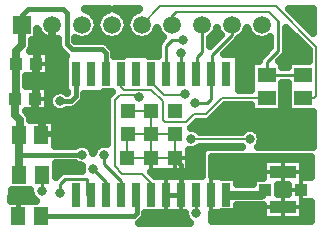
<source format=gbr>
G04 DipTrace 3.0.0.2*
G04 Top.gbr*
%MOMM*%
G04 #@! TF.FileFunction,Copper,L1,Top*
G04 #@! TF.Part,Single*
G04 #@! TA.AperFunction,Conductor*
%ADD10C,0.254*%
G04 #@! TA.AperFunction,CopperBalancing*
%ADD14C,0.635*%
G04 #@! TA.AperFunction,Conductor*
%ADD15C,0.381*%
%ADD16C,0.1778*%
%ADD17C,0.2032*%
G04 #@! TA.AperFunction,ViaPad*
%ADD19C,0.8*%
G04 #@! TA.AperFunction,CopperBalancing*
%ADD20C,0.33*%
%ADD21R,1.1X1.05*%
%ADD22R,2.25X1.1*%
%ADD23R,1.1X1.0*%
%ADD24R,1.3X1.5*%
G04 #@! TA.AperFunction,ComponentPad*
%ADD25R,1.5X1.5*%
%ADD26C,1.5*%
%ADD27R,1.5X1.3*%
%ADD29R,0.8X2.0*%
G04 #@! TA.AperFunction,ComponentPad*
%ADD30R,1.3X1.3*%
%FSLAX35Y35*%
G04*
G71*
G90*
G75*
G01*
G04 Top*
%LPD*%
X1685000Y1750000D2*
D10*
Y1520000D1*
X1639000Y1474000D1*
Y1334000D1*
X1636000Y1331000D1*
X1939000Y1750000D2*
Y1664000D1*
X1771000Y1496000D1*
Y1339000D1*
X1763000Y1331000D1*
X1628000Y1089000D2*
X1727000D1*
X1760000Y1122000D1*
Y1328000D1*
X1763000Y1331000D1*
X415000Y1750000D2*
D14*
Y1636000D1*
X286000Y1507000D1*
Y1429000D1*
X277000Y1420000D1*
Y1125000D1*
X275000Y1123000D1*
Y1001000D1*
X330000Y946000D1*
Y822000D1*
X324000Y816000D1*
X130000Y130000D2*
D15*
Y284000D1*
X484000Y836000D2*
X344000D1*
X324000Y816000D1*
X1055000Y1021000D2*
D16*
X1255000D1*
X1455000Y821000D2*
Y623000D1*
X1453000Y621000D1*
X1253000D1*
X1053000D1*
Y819000D1*
X1055000Y821000D1*
X1255000D1*
Y1021000D1*
Y821000D2*
X1455000D1*
X1255000D2*
Y623000D1*
X1253000Y621000D1*
X1509000Y311000D2*
D15*
Y565000D1*
X1453000Y621000D1*
X1382000Y311000D2*
X1509000D1*
X161000Y1750000D2*
D14*
Y1580000D1*
X110000Y1529000D1*
Y1423000D1*
X107000Y1420000D1*
Y1125000D1*
X105000Y1123000D1*
Y984000D1*
X143000Y946000D1*
Y825000D1*
X134000Y816000D1*
X137000Y649000D1*
Y476000D1*
X671000Y649000D2*
D15*
X137000D1*
X161000Y1750000D2*
Y1833000D1*
X209000Y1881000D1*
X506000D1*
X539000Y1848000D1*
Y1584000D1*
X583000Y1540000D1*
X836000D1*
X869000Y1507000D1*
Y1336000D1*
X874000Y1331000D1*
X1890000Y311000D2*
D19*
X2181000D1*
X2222000Y352000D1*
X481470Y320440D2*
D10*
Y398300D1*
X527190Y444020D1*
X713280D1*
Y311000D1*
X747000D1*
X327000Y340680D2*
Y476000D1*
X1636000Y150680D2*
Y311000D1*
X1255000Y1331000D2*
D16*
Y1264000D1*
X1364000Y1155000D1*
X1529000D1*
X1540000Y1166000D1*
X1595000Y781000D2*
X2090000D1*
X874000Y311000D2*
D10*
Y413000D1*
X759000Y528000D1*
X1001000Y311000D2*
Y429000D1*
X858000Y572000D1*
Y649000D1*
X1255000Y311000D2*
D17*
Y406000D1*
X1177000Y484000D1*
X1012000D1*
X946000Y550000D1*
Y1111000D1*
X990000Y1155000D1*
X1133000D1*
X1155000Y1133000D1*
X2233000Y1130000D2*
D16*
X1856000D1*
X1716000Y990000D1*
X1617000D1*
X1551000Y924000D1*
X1375000D1*
X1353000Y946000D1*
Y1100000D1*
X1254000Y1199000D1*
X1023000D1*
X1001000Y1221000D1*
Y1331000D1*
X1526690Y1617280D2*
D10*
X1427720D1*
X1382000Y1571560D1*
Y1331000D1*
X1509000Y1510000D2*
Y1331000D1*
X320000Y130000D2*
D15*
X1109000D1*
X1133000Y154000D1*
Y306000D1*
X1128000Y311000D1*
X2541000Y1130000D2*
D16*
X2637000D1*
X2651000Y1144000D1*
Y1562000D1*
X2310000Y1903000D1*
X1330000D1*
X1177000Y1750000D1*
X1431000D2*
D10*
Y1827000D1*
X1463000Y1859000D1*
D16*
X2255000D1*
X2332000Y1782000D1*
D10*
Y1529000D1*
X2233000Y1430000D1*
Y1320000D1*
X2541000D1*
X484000Y1100000D2*
D15*
X572000D1*
X616000Y1144000D1*
Y1327000D1*
X620000Y1331000D1*
D19*
X1628000Y1089000D3*
X130000Y284000D3*
X484000Y836000D3*
X671000Y649000D3*
X1540000Y1166000D3*
X1595000Y781000D3*
X2090000D3*
X759000Y528000D3*
X858000Y649000D3*
X1155000Y1133000D3*
X484000Y1100000D3*
X2167000Y605000D3*
Y110000D3*
X2013000Y605000D3*
X1991000Y110000D3*
X481470Y320440D3*
X327000Y340680D3*
X1636000Y150680D3*
X1526690Y1617280D3*
X1509000Y1510000D3*
X1776100Y565083D2*
D14*
X2198537D1*
X2545480D2*
X2601860D1*
X1776100Y501917D2*
X2198537D1*
X2545480D2*
X2601860D1*
X1985637Y438750D2*
X2111347D1*
X2332657Y375583D2*
X2406027D1*
X2332657Y312417D2*
X2406027D1*
X1985637Y186083D2*
X2198537D1*
X2545480D2*
X2601860D1*
X1776100Y122917D2*
X2198537D1*
X2545480D2*
X2601860D1*
X1769717Y465610D2*
X1857610D1*
Y460277D1*
X1979290Y460290D1*
Y400140D1*
X2117830Y400290D1*
X2117710Y453790D1*
X2204900D1*
X2204890Y611610D1*
X2539110D1*
X2539390Y459110D1*
X2608273D1*
X2608250Y628250D1*
X1769750D1*
Y465657D1*
X1857610Y161727D2*
Y156390D1*
X1769727D1*
X1769750Y86750D1*
X2608250D1*
Y244880D1*
X2539113Y244890D1*
X2539110Y92390D1*
X2204890D1*
Y225020D1*
X2188007Y221987D1*
X1979213Y221710D1*
X1979290Y161710D1*
X1857623D1*
X2326290Y392397D2*
Y311533D1*
X2412380Y311610D1*
X2412110Y392390D1*
X2326310D1*
X1763000Y465487D2*
D20*
Y156513D1*
X2522000Y458987D2*
Y245013D1*
X2412513Y352000D2*
X2522000D1*
X2372000Y311487D2*
Y92513D1*
X2205013Y202000D2*
X2538987D1*
X2372000Y611487D2*
Y392513D1*
X2205013Y502000D2*
X2538987D1*
X2494613Y1814483D2*
D14*
X2621317D1*
X2557743Y1751317D2*
X2621317D1*
X2405567Y1688150D2*
X2428660D1*
X296920Y1624983D2*
X374507D1*
X709543D2*
X882507D1*
X963543D2*
X1136507D1*
X1217543D2*
X1333953D1*
X1758660D2*
X1798543D1*
X2000133D2*
X2152507D1*
X2233543D2*
X2258423D1*
X2405567D2*
X2491960D1*
X251773Y1561817D2*
X462440D1*
X924600D2*
X1308403D1*
X1938370D2*
X2258423D1*
X2405567D2*
X2555087D1*
X392913Y1498650D2*
X513910D1*
X949033D2*
X1308403D1*
X1875117D2*
X2200133D1*
X2398373D2*
X2581133D1*
X392913Y1435483D2*
X518993D1*
X2003607D2*
X2097070D1*
X2368977D2*
X2404973D1*
X392913Y1372317D2*
X518993D1*
X2003607D2*
X2097070D1*
X199683Y1309150D2*
X518993D1*
X2003607D2*
X2097070D1*
X199683Y1245983D2*
X518993D1*
X2003607D2*
X2097070D1*
X2368977D2*
X2404973D1*
X390927Y1182817D2*
X431930D1*
X2368977D2*
X2404973D1*
X691810Y1119650D2*
X875437D1*
X2368977D2*
X2404973D1*
X638977Y1056483D2*
X874943D1*
X1878590D2*
X2097070D1*
X2368977D2*
X2404973D1*
X221513Y993317D2*
X874943D1*
X1815460D2*
X2621317D1*
X449963Y930150D2*
X874943D1*
X1743527D2*
X2621317D1*
X449963Y866983D2*
X874943D1*
X1640837D2*
X2044237D1*
X2135813D2*
X2621317D1*
X449963Y803817D2*
X874943D1*
X2188153D2*
X2621317D1*
X449963Y740650D2*
X641157D1*
X700727D2*
X828187D1*
X2181950D2*
X2621317D1*
X1578950Y677483D2*
X1679977D1*
X1578950Y614317D2*
X1677127D1*
X452940Y551150D2*
X660877D1*
X1578950D2*
X1677127D1*
X1270873Y487983D2*
X1677127D1*
X78700Y298483D2*
X235973D1*
X1197577Y108983D2*
X1544670D1*
X1222610Y156480D2*
X1206610Y156390D1*
X1205753Y142477D1*
X1201053Y125810D1*
X1192593Y110703D1*
X1185087Y101913D1*
X1156040Y73360D1*
X1215350Y72350D1*
X1582830D1*
X1569100Y83780D1*
X1559457Y95070D1*
X1551700Y107730D1*
X1546020Y121443D1*
X1542553Y135880D1*
X1541613Y156393D1*
X1206610Y156390D1*
X1205753Y142477D1*
X1201053Y125810D1*
X1192593Y110703D1*
X1184473Y101347D1*
X1156840Y73990D1*
X1287017Y465610D2*
X1683397D1*
X1684063Y668543D1*
X1687547Y680900D1*
X1693820Y692100D1*
X1702533Y701527D1*
X1713207Y708657D1*
X1725250Y713100D1*
X1738000Y714610D1*
X2022633D1*
X1994750Y717500D1*
X1665220D1*
X1650610Y704460D1*
X1637953Y696703D1*
X1624237Y691020D1*
X1609800Y687553D1*
X1595000Y686390D1*
X1580200Y687553D1*
X1572607Y689090D1*
X1572610Y501390D1*
X1251143D1*
X1287390Y465610D1*
X1350890D1*
X1372610Y501390D1*
X1334510D1*
X1868410Y1498290D2*
X1997290D1*
Y1193563D1*
X2103427Y1193500D1*
X2103390Y1439610D1*
X2166520D1*
X2168983Y1450800D1*
X2175610Y1465170D1*
X2185403Y1477597D1*
X2264770Y1556963D1*
X2264690Y1641987D1*
X2242600Y1630257D1*
X2223257Y1623970D1*
X2203170Y1620790D1*
X2182830D1*
X2162743Y1623970D1*
X2143400Y1630257D1*
X2125280Y1639490D1*
X2108827Y1651443D1*
X2094443Y1665827D1*
X2082490Y1682280D1*
X2073257Y1700400D1*
X2066970Y1719743D1*
X2066047Y1724383D1*
X2058743Y1700400D1*
X2049510Y1682280D1*
X2037557Y1665827D1*
X2023173Y1651443D1*
X2006720Y1639490D1*
X2000097Y1635780D1*
X1993457Y1624437D1*
X1986597Y1616403D1*
X1868467Y1498277D1*
X1287390Y1485517D2*
X1314800Y1485610D1*
X1314897Y1576840D1*
X1317983Y1592360D1*
X1324610Y1606730D1*
X1335027Y1619730D1*
X1358170Y1642923D1*
X1346827Y1651443D1*
X1332443Y1665827D1*
X1320490Y1682280D1*
X1311257Y1700400D1*
X1304970Y1719743D1*
X1304047Y1724383D1*
X1296743Y1700400D1*
X1287510Y1682280D1*
X1275557Y1665827D1*
X1261173Y1651443D1*
X1244720Y1639490D1*
X1226600Y1630257D1*
X1207257Y1623970D1*
X1187170Y1620790D1*
X1166830D1*
X1146743Y1623970D1*
X1127400Y1630257D1*
X1109280Y1639490D1*
X1092827Y1651443D1*
X1078443Y1665827D1*
X1066490Y1682280D1*
X1057257Y1700400D1*
X1050970Y1719743D1*
X1050047Y1724383D1*
X1042743Y1700400D1*
X1033510Y1682280D1*
X1021557Y1665827D1*
X1007173Y1651443D1*
X990720Y1639490D1*
X972600Y1630257D1*
X953257Y1623970D1*
X933170Y1620790D1*
X912830D1*
X892743Y1623970D1*
X873400Y1630257D1*
X855280Y1639490D1*
X838827Y1651443D1*
X824443Y1665827D1*
X812490Y1682280D1*
X803257Y1700400D1*
X796970Y1719743D1*
X796047Y1724383D1*
X788743Y1700400D1*
X779510Y1682280D1*
X767557Y1665827D1*
X753173Y1651443D1*
X736720Y1639490D1*
X718600Y1630257D1*
X699257Y1623970D1*
X679170Y1620790D1*
X658830D1*
X638743Y1623970D1*
X619400Y1630257D1*
X612650Y1633367D1*
X612660Y1614463D1*
X614750Y1613660D1*
X841780Y1613433D1*
X858763Y1610053D1*
X874487Y1602807D1*
X888087Y1592087D1*
X888653Y1591473D1*
X925010Y1554840D1*
X934630Y1540440D1*
X940623Y1524197D1*
X942660Y1507000D1*
X942627Y1506163D1*
X942660Y1485543D1*
X1020617Y1485610D1*
X1020710Y1498290D1*
X1235290D1*
Y1485513D1*
X1314800Y1485610D1*
X919840Y1176390D2*
X854387D1*
X854290Y1163710D1*
X689710D1*
X688753Y1132477D1*
X684053Y1115810D1*
X675593Y1100703D1*
X668087Y1091913D1*
X619840Y1043990D1*
X605440Y1034370D1*
X589197Y1028377D1*
X572000Y1026340D1*
X571163Y1026373D1*
X543350Y1026340D1*
X526953Y1015703D1*
X513237Y1010020D1*
X498800Y1006553D1*
X484000Y1005390D1*
X469200Y1006553D1*
X454763Y1010020D1*
X441047Y1015703D1*
X428390Y1023460D1*
X417100Y1033100D1*
X407460Y1044390D1*
X399703Y1057047D1*
X394020Y1070763D1*
X390553Y1085200D1*
X389390Y1100000D1*
X390553Y1114800D1*
X394020Y1129237D1*
X399703Y1142953D1*
X407460Y1155610D1*
X417100Y1166900D1*
X428390Y1176540D1*
X441047Y1184297D1*
X454763Y1189980D1*
X469200Y1193447D1*
X484000Y1194610D1*
X498800Y1193447D1*
X513237Y1189980D1*
X525397Y1185013D1*
X542340Y1176370D1*
X542450Y1174620D1*
X525390Y1208140D1*
Y1485610D1*
X533450D1*
X482990Y1536160D1*
X473370Y1550560D1*
X467377Y1566803D1*
X465340Y1584000D1*
X465373Y1584837D1*
X464870Y1630370D1*
X446813Y1624353D1*
X428070Y1621050D1*
X409043Y1620527D1*
X390147Y1622797D1*
X371783Y1627807D1*
X354357Y1635453D1*
X338233Y1645570D1*
X323767Y1657937D1*
X311270Y1672293D1*
X301007Y1688320D1*
X293203Y1705680D1*
X290607Y1713727D1*
X290610Y1620390D1*
X247327D1*
X247093Y1573223D1*
X244973Y1559840D1*
X240787Y1546950D1*
X234633Y1534877D1*
X230260Y1528470D1*
X230890Y1524610D1*
X386610D1*
Y1315390D1*
X193307D1*
X193360Y1227640D1*
X384610Y1227610D1*
Y1018390D1*
X192697D1*
X212867Y996760D1*
X219947Y985207D1*
X225133Y972687D1*
X228297Y959510D1*
X229360Y945627D1*
X443610Y945610D1*
Y722640D1*
X611637Y722660D1*
X628047Y733297D1*
X641763Y738980D1*
X656200Y742447D1*
X671000Y743610D1*
X685800Y742447D1*
X700237Y738980D1*
X713953Y733297D1*
X726610Y725540D1*
X737900Y715900D1*
X747540Y704610D1*
X755297Y691953D1*
X760980Y678237D1*
X764553Y663800D1*
X768020Y678237D1*
X773703Y691953D1*
X781460Y704610D1*
X791100Y715900D1*
X802390Y725540D1*
X815047Y733297D1*
X828763Y738980D1*
X843200Y742447D1*
X858000Y743610D1*
X872800Y742447D1*
X881287Y740657D1*
X881430Y1116083D1*
X884400Y1131017D1*
X890773Y1144843D1*
X900827Y1157380D1*
X919757Y1176357D1*
X232673Y346390D2*
X72437D1*
X72350Y259517D1*
X277567Y260013D1*
X265557Y268737D1*
X255057Y279237D1*
X246330Y291247D1*
X239590Y304473D1*
X235003Y318593D1*
X232680Y333257D1*
X232613Y346393D1*
X207390Y346513D1*
X446610Y575470D2*
Y458640D1*
X487627Y498477D1*
X501430Y506207D1*
X516660Y510500D1*
X527190Y511330D1*
X665973D1*
X664390Y528000D1*
X665553Y542800D1*
X668223Y554417D1*
X648913Y557003D1*
X634793Y561593D1*
X621567Y568333D1*
X611677Y575387D1*
X446640Y575340D1*
X2337670Y1439610D2*
X2362610D1*
Y1387397D1*
X2411470Y1387310D1*
X2411390Y1439610D1*
X2587627D1*
X2587500Y1535790D1*
X2399220Y1723977D1*
X2399103Y1523720D1*
X2396017Y1508200D1*
X2389390Y1493830D1*
X2378973Y1480830D1*
X2337763Y1439573D1*
X2362610Y1252707D2*
Y1010390D1*
X2103390D1*
Y1066573D1*
X1882340Y1066500D1*
X1757240Y941713D1*
X1744830Y933420D1*
X1730823Y928253D1*
X1715163Y926533D1*
X1643197Y926500D1*
X1592040Y875557D1*
X1609800Y874447D1*
X1624237Y870980D1*
X1637953Y865297D1*
X1650610Y857540D1*
X1665070Y844470D1*
X2019780Y844500D1*
X2034390Y857540D1*
X2047047Y865297D1*
X2060763Y870980D1*
X2075200Y874447D1*
X2090000Y875610D1*
X2104800Y874447D1*
X2119237Y870980D1*
X2132953Y865297D1*
X2145610Y857540D1*
X2156900Y847900D1*
X2166540Y836610D1*
X2174297Y823953D1*
X2179980Y810237D1*
X2183447Y795800D1*
X2184610Y781000D1*
X2183447Y766200D1*
X2179980Y751763D1*
X2174297Y738047D1*
X2166540Y725390D1*
X2157353Y714590D1*
X2627660Y714610D1*
X2627650Y1010340D1*
X2411390Y1010390D1*
Y1252603D1*
X2362530Y1252690D1*
X2362610Y1186110D1*
X2411390Y1200390D1*
Y1232140D1*
X690953Y1877680D2*
X709053Y1873267D1*
X727843Y1865483D1*
X745183Y1854857D1*
X760647Y1841647D1*
X773857Y1826183D1*
X784483Y1808843D1*
X792267Y1790053D1*
X795953Y1775617D1*
X803257Y1799600D1*
X812490Y1817720D1*
X824443Y1834173D1*
X838827Y1848557D1*
X855280Y1860510D1*
X873400Y1869743D1*
X892743Y1876030D1*
X901047Y1877680D1*
X691520Y1877650D1*
X944953Y1877680D2*
X963053Y1873267D1*
X981843Y1865483D1*
X999183Y1854857D1*
X1014647Y1841647D1*
X1027857Y1826183D1*
X1038483Y1808843D1*
X1046267Y1790053D1*
X1049953Y1775617D1*
X1057257Y1799600D1*
X1066490Y1817720D1*
X1078443Y1834173D1*
X1092827Y1848557D1*
X1109280Y1860510D1*
X1127400Y1869743D1*
X1146743Y1876030D1*
X1155047Y1877680D1*
X945520Y1877650D1*
X1811953Y1724383D2*
X1808267Y1709947D1*
X1800483Y1691157D1*
X1789857Y1673817D1*
X1776647Y1658353D1*
X1761183Y1645143D1*
X1752270Y1639237D1*
X1752310Y1572523D1*
X1842937Y1663127D1*
X1834143Y1673817D1*
X1823517Y1691157D1*
X1815733Y1709947D1*
X1812047Y1724383D1*
X2425147Y1877657D2*
X2627730Y1675073D1*
X2627650Y1877650D1*
X2425120D1*
X1382000Y465487D2*
D20*
Y156513D1*
X1509000Y465487D2*
Y156513D1*
X1253000Y621000D2*
Y501513D1*
X1453000Y621000D2*
Y501513D1*
Y621000D2*
X1572487D1*
X277000Y1524487D2*
Y1315513D1*
Y1420000D2*
X386487D1*
X130000Y259487D2*
Y130000D1*
X415000Y1750000D2*
Y1620513D1*
X324000Y945487D2*
Y816000D1*
X443487D1*
X275000Y1227487D2*
Y1018513D1*
Y1123000D2*
X384487D1*
D21*
X2222000Y352000D3*
X2522000D3*
D22*
X2372000Y202000D3*
Y502000D3*
D23*
X107000Y1420000D3*
X277000D3*
X105000Y1123000D3*
X275000D3*
D24*
X134000Y816000D3*
X324000D3*
D25*
X161000Y1750000D3*
D26*
X415000D3*
X669000D3*
X923000D3*
X1177000D3*
X1431000D3*
X1685000D3*
X1939000D3*
X2193000D3*
D24*
X137000Y476000D3*
X327000D3*
D27*
X2233000Y1320000D3*
Y1130000D3*
D24*
X130000Y130000D3*
X320000D3*
D27*
X2541000Y1320000D3*
Y1130000D3*
D29*
X620000Y311000D3*
X747000D3*
X874000D3*
X1001000D3*
X1128000D3*
X1255000D3*
X1382000D3*
X1509000D3*
X1636000D3*
X1763000D3*
X1890000D3*
Y1331000D3*
X1763000D3*
X1636000D3*
X1509000D3*
X1382000D3*
X1255000D3*
X1128000D3*
X1001000D3*
X874000D3*
X747000D3*
X620000D3*
D30*
X1055000Y821000D3*
X1255000D3*
X1455000D3*
Y1021000D3*
X1255000D3*
X1055000D3*
X1053000Y621000D3*
X1253000D3*
X1453000D3*
M02*

</source>
